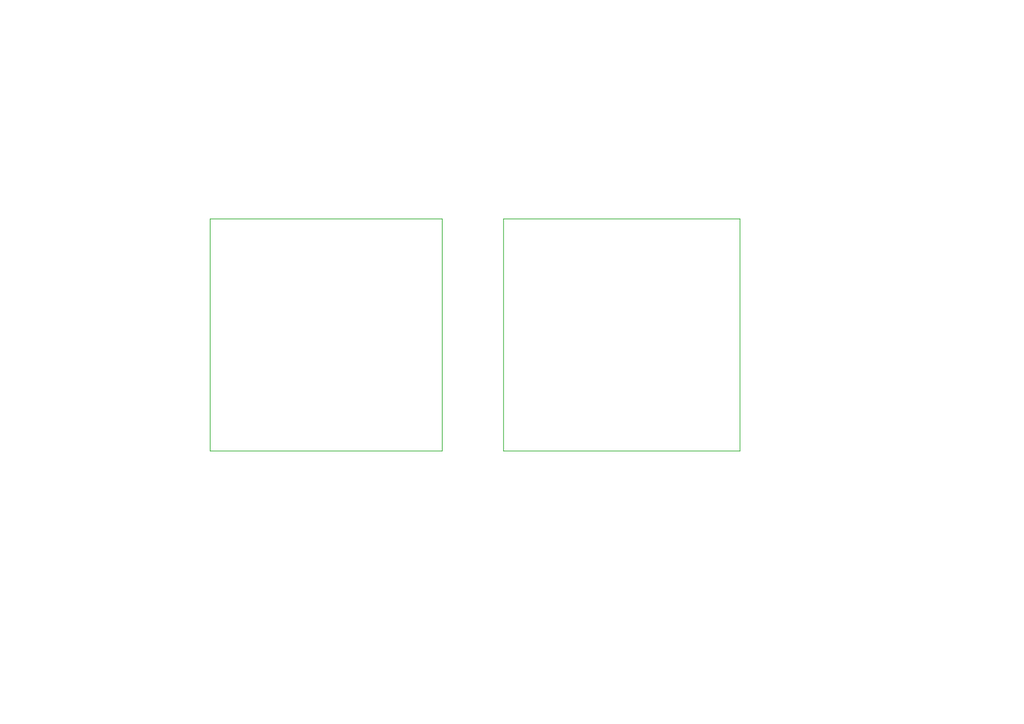
<source format=kicad_sch>
(kicad_sch (version 20230121) (generator eeschema)
  (paper "A4")
  (lib_symbols)
  (wire (pts (xy 60.96 63.5) (xy 60.96 130.81)))
  (wire (pts (xy 128.27 63.5) (xy 60.96 63.5)))
  (wire (pts (xy 146.05 63.5) (xy 146.05 130.81)))
  (wire (pts (xy 146.05 130.81) (xy 214.63 130.81)))
  (wire (pts (xy 214.63 130.81) (xy 214.63 63.5)))
  (wire (pts (xy 60.96 130.81) (xy 128.27 130.81)))
  (wire (pts (xy 128.27 130.81) (xy 128.27 63.5)))
  (wire (pts (xy 146.05 63.5) (xy 214.63 63.5)))
)
</source>
